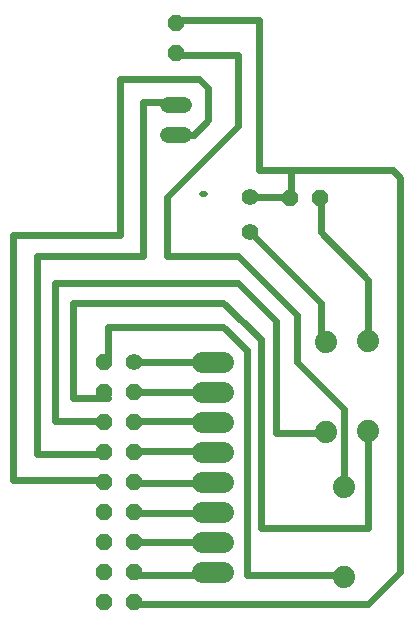
<source format=gbl>
G75*
%MOIN*%
%OFA0B0*%
%FSLAX25Y25*%
%IPPOS*%
%LPD*%
%AMOC8*
5,1,8,0,0,1.08239X$1,22.5*
%
%ADD10OC8,0.05200*%
%ADD11C,0.05200*%
%ADD12C,0.05600*%
%ADD13OC8,0.05600*%
%ADD14C,0.07400*%
%ADD15C,0.07000*%
%ADD16C,0.02400*%
%ADD17C,0.01969*%
%ADD18R,0.03962X0.03962*%
D10*
X0108913Y0150252D03*
X0118913Y0150252D03*
X0070882Y0198441D03*
X0070882Y0208441D03*
D11*
X0068282Y0181315D02*
X0073482Y0181315D01*
X0073482Y0171315D02*
X0068282Y0171315D01*
D12*
X0095488Y0150606D03*
X0095488Y0138795D03*
X0056945Y0095567D03*
D13*
X0056945Y0085567D03*
X0056945Y0075567D03*
X0056945Y0065567D03*
X0056945Y0055567D03*
X0056945Y0045567D03*
X0056945Y0035567D03*
X0056945Y0025567D03*
X0056945Y0015567D03*
X0046945Y0015567D03*
X0046945Y0025567D03*
X0046945Y0035567D03*
X0046945Y0045567D03*
X0046945Y0055567D03*
X0046945Y0065567D03*
X0046945Y0075567D03*
X0046945Y0085567D03*
X0046945Y0095567D03*
D14*
X0120843Y0102260D03*
X0135094Y0102575D03*
X0135094Y0072575D03*
X0126866Y0053815D03*
X0120843Y0072260D03*
X0126866Y0023815D03*
D15*
X0086508Y0025567D02*
X0079508Y0025567D01*
X0079508Y0035567D02*
X0086508Y0035567D01*
X0086508Y0045567D02*
X0079508Y0045567D01*
X0079508Y0055567D02*
X0086508Y0055567D01*
X0086508Y0065567D02*
X0079508Y0065567D01*
X0079508Y0075567D02*
X0086508Y0075567D01*
X0086508Y0085567D02*
X0079508Y0085567D01*
X0079508Y0095567D02*
X0086508Y0095567D01*
D16*
X0016748Y0056118D02*
X0016748Y0137811D01*
X0052181Y0137811D01*
X0052181Y0189976D01*
X0078756Y0189976D01*
X0081709Y0187024D01*
X0081709Y0176197D01*
X0076787Y0171276D01*
X0070882Y0171276D01*
X0067929Y0182102D02*
X0060055Y0182102D01*
X0060055Y0130921D01*
X0024622Y0130921D01*
X0024622Y0064976D01*
X0046276Y0064976D01*
X0047260Y0065961D01*
X0044307Y0075803D02*
X0030528Y0075803D01*
X0030528Y0122063D01*
X0091551Y0122063D01*
X0104346Y0109268D01*
X0104346Y0071866D01*
X0119110Y0071866D01*
X0126984Y0079740D02*
X0126984Y0052181D01*
X0134858Y0040370D02*
X0134858Y0071866D01*
X0126984Y0079740D02*
X0111236Y0095488D01*
X0111236Y0111236D01*
X0091551Y0130921D01*
X0067929Y0130921D01*
X0067929Y0150606D01*
X0091551Y0174228D01*
X0091551Y0189976D01*
X0091551Y0197850D01*
X0071866Y0197850D01*
X0071866Y0209661D02*
X0098441Y0209661D01*
X0098441Y0196866D01*
X0098441Y0159465D01*
X0108283Y0159465D01*
X0143185Y0159465D01*
X0145685Y0156965D01*
X0145685Y0127969D01*
X0145685Y0025606D01*
X0134858Y0014780D01*
X0057102Y0014780D01*
X0057102Y0024622D02*
X0080724Y0024622D01*
X0080724Y0035449D02*
X0056118Y0035449D01*
X0057102Y0045291D02*
X0079740Y0045291D01*
X0079740Y0055134D02*
X0057102Y0055134D01*
X0056118Y0065961D02*
X0079740Y0065961D01*
X0079740Y0075803D02*
X0057102Y0075803D01*
X0057102Y0085646D02*
X0079740Y0085646D01*
X0079740Y0095488D02*
X0056118Y0095488D01*
X0048244Y0095488D02*
X0048244Y0107299D01*
X0086630Y0107299D01*
X0094504Y0099425D01*
X0094504Y0024622D01*
X0126984Y0024622D01*
X0134858Y0040370D02*
X0099425Y0040370D01*
X0099425Y0103362D01*
X0086630Y0115173D01*
X0036433Y0115173D01*
X0036433Y0083677D01*
X0048244Y0083677D01*
X0046276Y0056118D02*
X0016748Y0056118D01*
X0095488Y0138795D02*
X0119110Y0115173D01*
X0119110Y0103362D01*
X0134858Y0103362D02*
X0134858Y0123047D01*
X0119110Y0138795D01*
X0119110Y0150606D01*
X0109268Y0150606D02*
X0095488Y0150606D01*
X0108283Y0159465D02*
X0109268Y0158480D01*
X0109268Y0150606D01*
D17*
X0080724Y0151591D02*
X0079740Y0151591D01*
X0098441Y0196866D02*
X0098441Y0198835D01*
D18*
X0095488Y0150606D03*
X0095488Y0138795D03*
M02*

</source>
